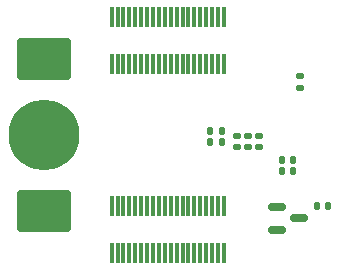
<source format=gbp>
%TF.GenerationSoftware,KiCad,Pcbnew,8.0.7*%
%TF.CreationDate,2025-08-30T11:06:05-07:00*%
%TF.ProjectId,Pivot_Core,5069766f-745f-4436-9f72-652e6b696361,rev?*%
%TF.SameCoordinates,Original*%
%TF.FileFunction,Paste,Bot*%
%TF.FilePolarity,Positive*%
%FSLAX46Y46*%
G04 Gerber Fmt 4.6, Leading zero omitted, Abs format (unit mm)*
G04 Created by KiCad (PCBNEW 8.0.7) date 2025-08-30 11:06:05*
%MOMM*%
%LPD*%
G01*
G04 APERTURE LIST*
G04 Aperture macros list*
%AMRoundRect*
0 Rectangle with rounded corners*
0 $1 Rounding radius*
0 $2 $3 $4 $5 $6 $7 $8 $9 X,Y pos of 4 corners*
0 Add a 4 corners polygon primitive as box body*
4,1,4,$2,$3,$4,$5,$6,$7,$8,$9,$2,$3,0*
0 Add four circle primitives for the rounded corners*
1,1,$1+$1,$2,$3*
1,1,$1+$1,$4,$5*
1,1,$1+$1,$6,$7*
1,1,$1+$1,$8,$9*
0 Add four rect primitives between the rounded corners*
20,1,$1+$1,$2,$3,$4,$5,0*
20,1,$1+$1,$4,$5,$6,$7,0*
20,1,$1+$1,$6,$7,$8,$9,0*
20,1,$1+$1,$8,$9,$2,$3,0*%
G04 Aperture macros list end*
%ADD10RoundRect,0.140000X-0.140000X-0.170000X0.140000X-0.170000X0.140000X0.170000X-0.140000X0.170000X0*%
%ADD11R,0.300000X1.800000*%
%ADD12RoundRect,0.140000X0.140000X0.170000X-0.140000X0.170000X-0.140000X-0.170000X0.140000X-0.170000X0*%
%ADD13RoundRect,0.140000X0.170000X-0.140000X0.170000X0.140000X-0.170000X0.140000X-0.170000X-0.140000X0*%
%ADD14RoundRect,0.175000X2.075000X-1.575000X2.075000X1.575000X-2.075000X1.575000X-2.075000X-1.575000X0*%
%ADD15C,6.000000*%
%ADD16RoundRect,0.140000X-0.170000X0.140000X-0.170000X-0.140000X0.170000X-0.140000X0.170000X0.140000X0*%
%ADD17RoundRect,0.150000X-0.587500X-0.150000X0.587500X-0.150000X0.587500X0.150000X-0.587500X0.150000X0*%
G04 APERTURE END LIST*
D10*
%TO.C,C23*%
X151110000Y-90620000D03*
X152070000Y-90620000D03*
%TD*%
D11*
%TO.C,J2*%
X152250000Y-96000000D03*
X151750000Y-96000000D03*
X151250000Y-96000000D03*
X150750000Y-96000000D03*
X150250000Y-96000000D03*
X149750000Y-96000000D03*
X149250000Y-96000000D03*
X148750000Y-96000000D03*
X148250000Y-96000000D03*
X147750000Y-96000000D03*
X147250000Y-96000000D03*
X146750000Y-96000000D03*
X146250000Y-96000000D03*
X145750000Y-96000000D03*
X145250000Y-96000000D03*
X144750000Y-96000000D03*
X144250000Y-96000000D03*
X143750000Y-96000000D03*
X143250000Y-96000000D03*
X142750000Y-96000000D03*
X152250000Y-100000000D03*
X151750000Y-100000000D03*
X151250000Y-100000000D03*
X150750000Y-100000000D03*
X150250000Y-100000000D03*
X149750000Y-100000000D03*
X149250000Y-100000000D03*
X148750000Y-100000000D03*
X148250000Y-100000000D03*
X147750000Y-100000000D03*
X147250000Y-100000000D03*
X146750000Y-100000000D03*
X146250000Y-100000000D03*
X145750000Y-100000000D03*
X145250000Y-100000000D03*
X144750000Y-100000000D03*
X144250000Y-100000000D03*
X143750000Y-100000000D03*
X143250000Y-100000000D03*
X142750000Y-100000000D03*
%TD*%
D12*
%TO.C,C25*%
X158110000Y-92130000D03*
X157150000Y-92130000D03*
%TD*%
D13*
%TO.C,C28*%
X155260000Y-91020000D03*
X155260000Y-90060000D03*
%TD*%
D12*
%TO.C,C22*%
X152070000Y-89670000D03*
X151110000Y-89670000D03*
%TD*%
D14*
%TO.C,BT1*%
X136980000Y-96450000D03*
X136980000Y-83550000D03*
D15*
X136980000Y-90000000D03*
%TD*%
D12*
%TO.C,C21*%
X161100000Y-96030000D03*
X160140000Y-96030000D03*
%TD*%
D11*
%TO.C,J1*%
X142750000Y-84000000D03*
X143250000Y-84000000D03*
X143750000Y-84000000D03*
X144250000Y-84000000D03*
X144750000Y-84000000D03*
X145250000Y-84000000D03*
X145750000Y-84000000D03*
X146250000Y-84000000D03*
X146750000Y-84000000D03*
X147250000Y-84000000D03*
X147750000Y-84000000D03*
X148250000Y-84000000D03*
X148750000Y-84000000D03*
X149250000Y-84000000D03*
X149750000Y-84000000D03*
X150250000Y-84000000D03*
X150750000Y-84000000D03*
X151250000Y-84000000D03*
X151750000Y-84000000D03*
X152250000Y-84000000D03*
X142750000Y-80000000D03*
X143250000Y-80000000D03*
X143750000Y-80000000D03*
X144250000Y-80000000D03*
X144750000Y-80000000D03*
X145250000Y-80000000D03*
X145750000Y-80000000D03*
X146250000Y-80000000D03*
X146750000Y-80000000D03*
X147250000Y-80000000D03*
X147750000Y-80000000D03*
X148250000Y-80000000D03*
X148750000Y-80000000D03*
X149250000Y-80000000D03*
X149750000Y-80000000D03*
X150250000Y-80000000D03*
X150750000Y-80000000D03*
X151250000Y-80000000D03*
X151750000Y-80000000D03*
X152250000Y-80000000D03*
%TD*%
D13*
%TO.C,C27*%
X154320000Y-91020000D03*
X154320000Y-90060000D03*
%TD*%
D12*
%TO.C,C20*%
X158110000Y-93080000D03*
X157150000Y-93080000D03*
%TD*%
D16*
%TO.C,C24*%
X158670000Y-85050000D03*
X158670000Y-86010000D03*
%TD*%
D13*
%TO.C,C26*%
X153390000Y-91020000D03*
X153390000Y-90060000D03*
%TD*%
D17*
%TO.C,D4*%
X156715000Y-98030000D03*
X156715000Y-96130000D03*
X158590000Y-97080000D03*
%TD*%
M02*

</source>
